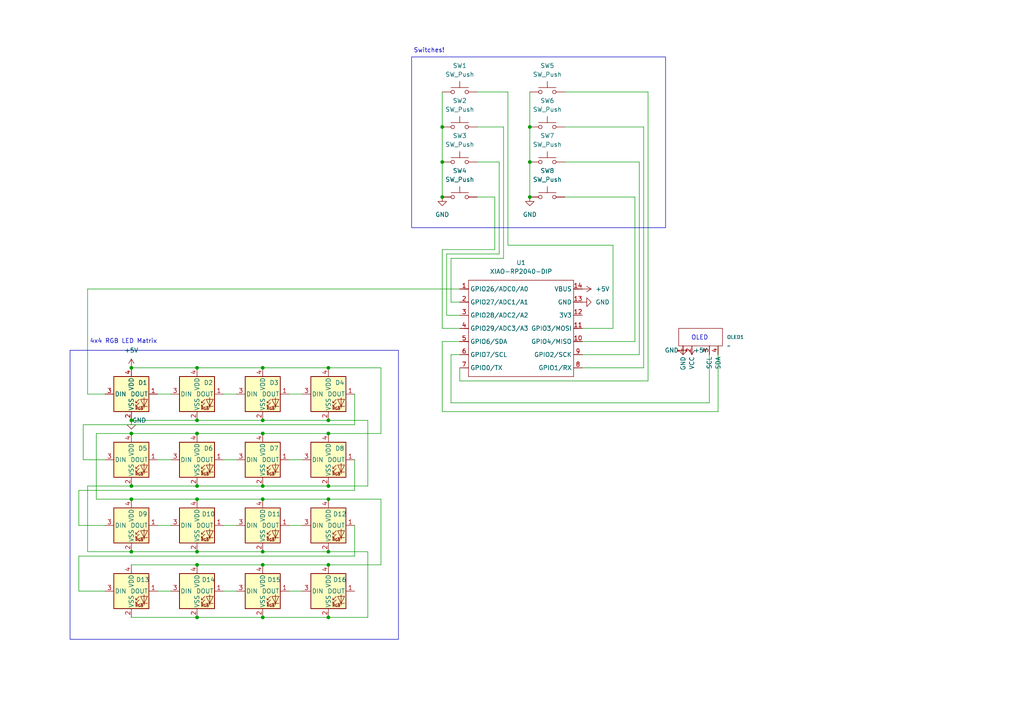
<source format=kicad_sch>
(kicad_sch (version 20250114) (generator "eeschema") (generator_version "9.0")
  (paper "A4")
  (title_block (title "RatPad V1") (date "2025-12-28") (rev "1"))
  (lib_symbols
    (symbol "0.91in_OLED_Display:0.91in_OLED_Display"
      (property "Reference" "OLED" (at 0 0 0))
      (symbol "0.91in_OLED_Display_0_1"
        (rectangle (start -6.35 2.54) (end 6.35 -2.54))
      )
      (symbol "0.91in_OLED_Display_1_1"
        (pin input line (at -5.08 -2.54 270) (length 2.54) (name "GND") (number "1"))
        (pin input line (at -2.54 -2.54 270) (length 2.54) (name "VCC") (number "2"))
        (pin input line (at 2.54 -2.54 270) (length 2.54) (name "SCL") (number "3"))
        (pin input line (at 5.08 -2.54 270) (length 2.54) (name "SDA") (number "4"))
      )
    )
    (symbol "LED:SK6812MINI" (pin_names (offset 0.254))
      (property "Reference" "D" (at 5.08 5.715 0))
      (property "Value" "SK6812MINI" (at 1.27 -5.715 0))
      (symbol "SK6812MINI_0_0"
        (text "RGB" (at 2.286 -4.191 0) (effects (font (size 0.762 0.762))))
      )
      (symbol "SK6812MINI_0_1"
        (polyline (pts (xy 1.27 -2.54) (xy 1.778 -2.54)))
        (polyline (pts (xy 1.27 -3.556) (xy 1.778 -3.556)))
        (polyline (pts (xy 2.286 -1.524) (xy 1.27 -2.54) (xy 1.27 -2.032)))
        (polyline (pts (xy 2.286 -2.54) (xy 1.27 -3.556) (xy 1.27 -3.048)))
        (polyline (pts (xy 3.683 -1.016) (xy 3.683 -3.556) (xy 3.683 -4.064)))
        (polyline (pts (xy 4.699 -1.524) (xy 2.667 -1.524) (xy 3.683 -3.556) (xy 4.699 -1.524)))
        (polyline (pts (xy 4.699 -3.556) (xy 2.667 -3.556)))
        (rectangle (start 5.08 5.08) (end -5.08 -5.08) (stroke (width 0.254)) (fill (type background)))
      )
      (symbol "SK6812MINI_1_1"
        (pin input line (at -7.62 0 0) (length 2.54) (name "DIN") (number "3"))
        (pin power_in line (at 0 7.62 270) (length 2.54) (name "VDD") (number "4"))
        (pin power_in line (at 0 -7.62 90) (length 2.54) (name "VSS") (number "2"))
        (pin output line (at 7.62 0 180) (length 2.54) (name "DOUT") (number "1"))
      )
    )
    (symbol "Seeed_Studio_XIAO_Series:XIAO-RP2040-DIP"
      (property "Reference" "U" (at 0 0 0))
      (property "Value" "XIAO-RP2040-DIP" (at 5.334 -1.778 0))
      (symbol "XIAO-RP2040-DIP_1_0"
        (polyline (pts (xy -1.27 -2.54) (xy 29.21 -2.54)) (stroke (width 0.1524)))
        (polyline (pts (xy -1.27 -5.08) (xy -2.54 -5.08)) (stroke (width 0.1524)))
        (polyline (pts (xy -1.27 -5.08) (xy -1.27 -2.54)) (stroke (width 0.1524)))
        (polyline (pts (xy -1.27 -8.89) (xy -2.54 -8.89)) (stroke (width 0.1524)))
        (polyline (pts (xy -1.27 -8.89) (xy -1.27 -5.08)) (stroke (width 0.1524)))
        (polyline (pts (xy -1.27 -12.7) (xy -2.54 -12.7)) (stroke (width 0.1524)))
        (polyline (pts (xy -1.27 -12.7) (xy -1.27 -8.89)) (stroke (width 0.1524)))
        (polyline (pts (xy -1.27 -16.51) (xy -2.54 -16.51)) (stroke (width 0.1524)))
        (polyline (pts (xy -1.27 -16.51) (xy -1.27 -12.7)) (stroke (width 0.1524)))
        (polyline (pts (xy -1.27 -20.32) (xy -2.54 -20.32)) (stroke (width 0.1524)))
        (polyline (pts (xy -1.27 -24.13) (xy -2.54 -24.13)) (stroke (width 0.1524)))
        (polyline (pts (xy -1.27 -27.94) (xy -2.54 -27.94)) (stroke (width 0.1524)))
        (polyline (pts (xy -1.27 -30.48) (xy -1.27 -16.51)) (stroke (width 0.1524)))
        (polyline (pts (xy 29.21 -2.54) (xy 29.21 -5.08)) (stroke (width 0.1524)))
        (polyline (pts (xy 29.21 -5.08) (xy 29.21 -8.89)) (stroke (width 0.1524)))
        (polyline (pts (xy 29.21 -8.89) (xy 29.21 -12.7)) (stroke (width 0.1524)))
        (polyline (pts (xy 29.21 -12.7) (xy 29.21 -30.48)) (stroke (width 0.1524)))
        (polyline (pts (xy 29.21 -30.48) (xy -1.27 -30.48)) (stroke (width 0.1524)))
        (polyline (pts (xy 30.48 -5.08) (xy 29.21 -5.08)) (stroke (width 0.1524)))
        (polyline (pts (xy 30.48 -8.89) (xy 29.21 -8.89)) (stroke (width 0.1524)))
        (polyline (pts (xy 30.48 -12.7) (xy 29.21 -12.7)) (stroke (width 0.1524)))
        (polyline (pts (xy 30.48 -16.51) (xy 29.21 -16.51)) (stroke (width 0.1524)))
        (polyline (pts (xy 30.48 -20.32) (xy 29.21 -20.32)) (stroke (width 0.1524)))
        (polyline (pts (xy 30.48 -24.13) (xy 29.21 -24.13)) (stroke (width 0.1524)))
        (polyline (pts (xy 30.48 -27.94) (xy 29.21 -27.94)) (stroke (width 0.1524)))
        (pin passive line (at -3.81 -5.08 0) (length 2.54) (name "GPIO26/ADC0/A0") (number "1"))
        (pin passive line (at -3.81 -8.89 0) (length 2.54) (name "GPIO27/ADC1/A1") (number "2"))
        (pin passive line (at -3.81 -12.7 0) (length 2.54) (name "GPIO28/ADC2/A2") (number "3"))
        (pin passive line (at -3.81 -16.51 0) (length 2.54) (name "GPIO29/ADC3/A3") (number "4"))
        (pin passive line (at -3.81 -20.32 0) (length 2.54) (name "GPIO6/SDA") (number "5"))
        (pin passive line (at -3.81 -24.13 0) (length 2.54) (name "GPIO7/SCL") (number "6"))
        (pin passive line (at -3.81 -27.94 0) (length 2.54) (name "GPIO0/TX") (number "7"))
        (pin passive line (at 31.75 -5.08 180) (length 2.54) (name "VBUS") (number "14"))
        (pin passive line (at 31.75 -8.89 180) (length 2.54) (name "GND") (number "13"))
        (pin passive line (at 31.75 -12.7 180) (length 2.54) (name "3V3") (number "12"))
        (pin passive line (at 31.75 -16.51 180) (length 2.54) (name "GPIO3/MOSI") (number "11"))
        (pin passive line (at 31.75 -20.32 180) (length 2.54) (name "GPIO4/MISO") (number "10"))
        (pin passive line (at 31.75 -24.13 180) (length 2.54) (name "GPIO2/SCK") (number "9"))
        (pin passive line (at 31.75 -27.94 180) (length 2.54) (name "GPIO1/RX") (number "8"))
      )
    )
    (symbol "Switch:SW_Push" (pin_numbers (hide yes)) (pin_names (offset 1.016) (hide yes))
      (property "Reference" "SW" (at 1.27 2.54 0))
      (property "Value" "SW_Push" (at 0 -1.524 0))
      (symbol "SW_Push_0_1"
        (circle (center -2.032 0) (radius 0.508))
        (polyline (pts (xy 0 1.27) (xy 0 3.048)))
        (circle (center 2.032 0) (radius 0.508))
        (polyline (pts (xy 2.54 1.27) (xy -2.54 1.27)))
        (pin passive line (at -5.08 0 0) (length 2.54) (name "1") (number "1"))
        (pin passive line (at 5.08 0 180) (length 2.54) (name "2") (number "2"))
      )
    )
    (symbol "power:+5V" (power) (pin_numbers (hide yes)) (pin_names (offset 0) (hide yes))
      (property "Value" "+5V" (at 0 3.556 0))
      (symbol "+5V_0_1"
        (polyline (pts (xy -0.762 1.27) (xy 0 2.54)))
        (polyline (pts (xy 0 2.54) (xy 0.762 1.27)))
        (polyline (pts (xy 0 0) (xy 0 2.54)))
      )
      (symbol "+5V_1_1"
        (pin power_in line (at 0 0 90) (length 0) (name "~") (number "1"))
      )
    )
    (symbol "power:GND" (power) (pin_numbers (hide yes)) (pin_names (offset 0) (hide yes))
      (property "Value" "GND" (at 0 -3.81 0))
      (symbol "GND_0_1"
        (polyline (pts (xy 0 0) (xy 0 -1.27) (xy 1.27 -1.27) (xy 0 -2.54) (xy -1.27 -1.27) (xy 0 -1.27)))
      )
      (symbol "GND_1_1"
        (pin power_in line (at 0 0 270) (length 0) (name "~") (number "1"))
      )
    )
  )
  (rectangle (start 119.38 16.51) (end 193.04 66.04))
  (rectangle (start 20.32 101.6) (end 115.57 185.42))
  (text "4x4 RGB LED Matrix" (at 35.814 99.06 0) (effects (font (size 1.27 1.27))))
  (text "OLED" (at 202.946 98.044 0) (effects (font (size 1.27 1.27))))
  (text "Switches!" (at 124.46 14.732 0) (effects (font (size 1.27 1.27))))
  (junction (at 95.25 179.07))
  (junction (at 153.67 46.99))
  (junction (at 57.15 121.92))
  (junction (at 76.2 179.07))
  (junction (at 38.1 106.68))
  (junction (at 95.25 125.73))
  (junction (at 38.1 144.78))
  (junction (at 76.2 160.02))
  (junction (at 76.2 144.78))
  (junction (at 57.15 140.97))
  (junction (at 76.2 121.92))
  (junction (at 128.27 36.83))
  (junction (at 38.1 160.02))
  (junction (at 153.67 57.15))
  (junction (at 76.2 106.68))
  (junction (at 153.67 36.83))
  (junction (at 128.27 46.99))
  (junction (at 76.2 140.97))
  (junction (at 38.1 121.92))
  (junction (at 57.15 160.02))
  (junction (at 95.25 144.78))
  (junction (at 76.2 163.83))
  (junction (at 57.15 144.78))
  (junction (at 95.25 121.92))
  (junction (at 57.15 106.68))
  (junction (at 95.25 140.97))
  (junction (at 95.25 106.68))
  (junction (at 38.1 140.97))
  (junction (at 57.15 163.83))
  (junction (at 95.25 163.83))
  (junction (at 76.2 125.73))
  (junction (at 38.1 125.73))
  (junction (at 128.27 57.15))
  (junction (at 57.15 179.07))
  (junction (at 95.25 160.02))
  (junction (at 57.15 125.73))
  (wire (pts (xy 64.77 114.3) (xy 68.58 114.3)))
  (wire (pts (xy 38.1 179.07) (xy 57.15 179.07)))
  (wire (pts (xy 130.81 102.87) (xy 133.35 102.87)))
  (wire (pts (xy 106.68 179.07) (xy 95.25 179.07)))
  (wire (pts (xy 38.1 125.73) (xy 57.15 125.73)))
  (wire (pts (xy 76.2 125.73) (xy 95.25 125.73)))
  (wire (pts (xy 57.15 179.07) (xy 76.2 179.07)))
  (wire (pts (xy 177.8 71.12) (xy 177.8 95.25)))
  (wire (pts (xy 64.77 171.45) (xy 68.58 171.45)))
  (wire (pts (xy 163.83 26.67) (xy 187.96 26.67)))
  (wire (pts (xy 22.86 171.45) (xy 30.48 171.45)))
  (wire (pts (xy 208.28 119.38) (xy 128.27 119.38)))
  (wire (pts (xy 128.27 119.38) (xy 128.27 99.06)))
  (wire (pts (xy 186.69 36.83) (xy 163.83 36.83)))
  (wire (pts (xy 25.4 160.02) (xy 38.1 160.02)))
  (wire (pts (xy 168.91 102.87) (xy 185.42 102.87)))
  (wire (pts (xy 106.68 160.02) (xy 106.68 179.07)))
  (wire (pts (xy 83.82 133.35) (xy 87.63 133.35)))
  (wire (pts (xy 102.87 133.35) (xy 102.87 142.24)))
  (wire (pts (xy 133.35 110.49) (xy 133.35 106.68)))
  (wire (pts (xy 76.2 121.92) (xy 95.25 121.92)))
  (wire (pts (xy 110.49 163.83) (xy 95.25 163.83)))
  (wire (pts (xy 38.1 160.02) (xy 57.15 160.02)))
  (wire (pts (xy 57.15 140.97) (xy 76.2 140.97)))
  (wire (pts (xy 129.54 91.44) (xy 133.35 91.44)))
  (wire (pts (xy 143.51 57.15) (xy 138.43 57.15)))
  (wire (pts (xy 83.82 171.45) (xy 87.63 171.45)))
  (wire (pts (xy 57.15 121.92) (xy 76.2 121.92)))
  (wire (pts (xy 130.81 116.84) (xy 130.81 102.87)))
  (wire (pts (xy 22.86 161.29) (xy 22.86 171.45)))
  (wire (pts (xy 184.15 57.15) (xy 184.15 99.06)))
  (wire (pts (xy 144.78 73.66) (xy 129.54 73.66)))
  (wire (pts (xy 95.25 160.02) (xy 106.68 160.02)))
  (wire (pts (xy 24.13 123.19) (xy 24.13 133.35)))
  (wire (pts (xy 45.72 133.35) (xy 49.53 133.35)))
  (wire (pts (xy 153.67 26.67) (xy 153.67 36.83)))
  (wire (pts (xy 186.69 36.83) (xy 186.69 106.68)))
  (wire (pts (xy 38.1 140.97) (xy 57.15 140.97)))
  (wire (pts (xy 22.86 161.29) (xy 102.87 161.29)))
  (wire (pts (xy 83.82 152.4) (xy 87.63 152.4)))
  (wire (pts (xy 25.4 114.3) (xy 25.4 83.82)))
  (wire (pts (xy 57.15 163.83) (xy 76.2 163.83)))
  (wire (pts (xy 144.78 46.99) (xy 144.78 73.66)))
  (wire (pts (xy 102.87 123.19) (xy 24.13 123.19)))
  (wire (pts (xy 95.25 106.68) (xy 110.49 106.68)))
  (wire (pts (xy 57.15 125.73) (xy 76.2 125.73)))
  (wire (pts (xy 147.32 26.67) (xy 147.32 71.12)))
  (wire (pts (xy 57.15 106.68) (xy 76.2 106.68)))
  (wire (pts (xy 128.27 99.06) (xy 133.35 99.06)))
  (wire (pts (xy 146.05 74.93) (xy 130.81 74.93)))
  (wire (pts (xy 128.27 95.25) (xy 133.35 95.25)))
  (wire (pts (xy 146.05 36.83) (xy 146.05 74.93)))
  (wire (pts (xy 45.72 152.4) (xy 49.53 152.4)))
  (wire (pts (xy 27.94 144.78) (xy 38.1 144.78)))
  (wire (pts (xy 76.2 144.78) (xy 95.25 144.78)))
  (wire (pts (xy 128.27 26.67) (xy 128.27 36.83)))
  (wire (pts (xy 128.27 72.39) (xy 128.27 95.25)))
  (wire (pts (xy 102.87 142.24) (xy 22.86 142.24)))
  (wire (pts (xy 143.51 57.15) (xy 143.51 72.39)))
  (wire (pts (xy 143.51 72.39) (xy 128.27 72.39)))
  (wire (pts (xy 187.96 26.67) (xy 187.96 110.49)))
  (wire (pts (xy 130.81 74.93) (xy 130.81 87.63)))
  (wire (pts (xy 208.28 100.33) (xy 208.28 119.38)))
  (wire (pts (xy 45.72 171.45) (xy 49.53 171.45)))
  (wire (pts (xy 185.42 46.99) (xy 163.83 46.99)))
  (wire (pts (xy 38.1 106.68) (xy 57.15 106.68)))
  (wire (pts (xy 147.32 71.12) (xy 177.8 71.12)))
  (wire (pts (xy 205.74 100.33) (xy 205.74 116.84)))
  (wire (pts (xy 30.48 114.3) (xy 25.4 114.3)))
  (wire (pts (xy 95.25 121.92) (xy 106.68 121.92)))
  (wire (pts (xy 25.4 83.82) (xy 133.35 83.82)))
  (wire (pts (xy 146.05 36.83) (xy 138.43 36.83)))
  (wire (pts (xy 184.15 57.15) (xy 163.83 57.15)))
  (wire (pts (xy 38.1 121.92) (xy 57.15 121.92)))
  (wire (pts (xy 57.15 160.02) (xy 76.2 160.02)))
  (wire (pts (xy 106.68 121.92) (xy 106.68 140.97)))
  (wire (pts (xy 153.67 46.99) (xy 153.67 57.15)))
  (wire (pts (xy 129.54 73.66) (xy 129.54 91.44)))
  (wire (pts (xy 38.1 125.73) (xy 27.94 125.73)))
  (wire (pts (xy 128.27 36.83) (xy 128.27 46.99)))
  (wire (pts (xy 64.77 152.4) (xy 68.58 152.4)))
  (wire (pts (xy 38.1 140.97) (xy 25.4 140.97)))
  (wire (pts (xy 168.91 99.06) (xy 184.15 99.06)))
  (wire (pts (xy 186.69 106.68) (xy 168.91 106.68)))
  (wire (pts (xy 110.49 106.68) (xy 110.49 125.73)))
  (wire (pts (xy 205.74 116.84) (xy 130.81 116.84)))
  (wire (pts (xy 25.4 140.97) (xy 25.4 160.02)))
  (wire (pts (xy 38.1 163.83) (xy 57.15 163.83)))
  (wire (pts (xy 95.25 144.78) (xy 110.49 144.78)))
  (wire (pts (xy 106.68 140.97) (xy 95.25 140.97)))
  (wire (pts (xy 45.72 114.3) (xy 49.53 114.3)))
  (wire (pts (xy 102.87 114.3) (xy 102.87 123.19)))
  (wire (pts (xy 76.2 160.02) (xy 95.25 160.02)))
  (wire (pts (xy 144.78 46.99) (xy 138.43 46.99)))
  (wire (pts (xy 110.49 144.78) (xy 110.49 163.83)))
  (wire (pts (xy 110.49 125.73) (xy 95.25 125.73)))
  (wire (pts (xy 185.42 46.99) (xy 185.42 102.87)))
  (wire (pts (xy 57.15 144.78) (xy 76.2 144.78)))
  (wire (pts (xy 22.86 152.4) (xy 30.48 152.4)))
  (wire (pts (xy 177.8 95.25) (xy 168.91 95.25)))
  (wire (pts (xy 153.67 36.83) (xy 153.67 46.99)))
  (wire (pts (xy 38.1 144.78) (xy 57.15 144.78)))
  (wire (pts (xy 76.2 179.07) (xy 95.25 179.07)))
  (wire (pts (xy 76.2 140.97) (xy 95.25 140.97)))
  (wire (pts (xy 64.77 133.35) (xy 68.58 133.35)))
  (wire (pts (xy 83.82 114.3) (xy 87.63 114.3)))
  (wire (pts (xy 76.2 106.68) (xy 95.25 106.68)))
  (wire (pts (xy 187.96 110.49) (xy 133.35 110.49)))
  (wire (pts (xy 128.27 46.99) (xy 128.27 57.15)))
  (wire (pts (xy 22.86 142.24) (xy 22.86 152.4)))
  (wire (pts (xy 102.87 152.4) (xy 102.87 161.29)))
  (wire (pts (xy 130.81 87.63) (xy 133.35 87.63)))
  (wire (pts (xy 76.2 163.83) (xy 95.25 163.83)))
  (wire (pts (xy 138.43 26.67) (xy 147.32 26.67)))
  (wire (pts (xy 24.13 133.35) (xy 30.48 133.35)))
  (wire (pts (xy 27.94 125.73) (xy 27.94 144.78)))
  (symbol (lib_id "LED:SK6812MINI") (at 57.15 171.45 0) (unit 1)
    (property "Reference" "D14" (at 60.452 168.148 0))
    (property "Value" "SK6812MINI" (effects (hide yes)))
    (property "Footprint" "LED_SMD:LED_SK6812MINI_PLCC4_3.5x3.5mm_P1.75mm" (effects (hide yes)))
    (property "Datasheet" "https://cdn-shop.adafruit.com/product-files/2686/SK6812MINI_REV.01-1-2.pdf" (effects (hide yes)))
    (property "Description" "RGB LED with integrated controller" (effects (hide yes)))
  )
  (symbol (lib_id "LED:SK6812MINI") (at 76.2 171.45 0) (unit 1)
    (property "Reference" "D15" (at 79.502 168.148 0))
    (property "Value" "SK6812MINI" (effects (hide yes)))
    (property "Footprint" "LED_SMD:LED_SK6812MINI_PLCC4_3.5x3.5mm_P1.75mm" (effects (hide yes)))
    (property "Datasheet" "https://cdn-shop.adafruit.com/product-files/2686/SK6812MINI_REV.01-1-2.pdf" (effects (hide yes)))
    (property "Description" "RGB LED with integrated controller" (effects (hide yes)))
  )
  (symbol (lib_id "power:GND") (at 38.1 121.92 0) (unit 1)
    (property "Reference" "#PWR06" (effects (hide yes)))
    (property "Value" "GND" (at 40.386 121.92 0))
    (property "Description" "Power symbol creates a global label with name \"GND\" , ground" (effects (hide yes)))
  )
  (symbol (lib_id "LED:SK6812MINI") (at 95.25 152.4 0) (unit 1)
    (property "Reference" "D12" (at 98.552 149.098 0))
    (property "Value" "SK6812MINI" (effects (hide yes)))
    (property "Footprint" "LED_SMD:LED_SK6812MINI_PLCC4_3.5x3.5mm_P1.75mm" (effects (hide yes)))
    (property "Datasheet" "https://cdn-shop.adafruit.com/product-files/2686/SK6812MINI_REV.01-1-2.pdf" (effects (hide yes)))
    (property "Description" "RGB LED with integrated controller" (effects (hide yes)))
  )
  (symbol (lib_id "LED:SK6812MINI") (at 57.15 114.3 0) (unit 1)
    (property "Reference" "D2" (at 60.452 110.998 0))
    (property "Value" "SK6812MINI" (effects (hide yes)))
    (property "Footprint" "LED_SMD:LED_SK6812MINI_PLCC4_3.5x3.5mm_P1.75mm" (effects (hide yes)))
    (property "Datasheet" "https://cdn-shop.adafruit.com/product-files/2686/SK6812MINI_REV.01-1-2.pdf" (effects (hide yes)))
    (property "Description" "RGB LED with integrated controller" (effects (hide yes)))
  )
  (symbol (lib_id "Switch:SW_Push") (at 133.35 57.15 0) (unit 1)
    (property "Reference" "SW4" (at 133.35 49.53 0))
    (property "Value" "SW_Push" (at 133.35 52.07 0))
    (property "Footprint" "Button_Switch_Keyboard:SW_Cherry_MX_1.00u_PCB" (effects (hide yes)))
    (property "Description" "Push button switch, generic, two pins" (effects (hide yes)))
  )
  (symbol (lib_id "Switch:SW_Push") (at 158.75 26.67 0) (unit 1)
    (property "Reference" "SW5" (at 158.75 19.05 0))
    (property "Value" "SW_Push" (at 158.75 21.59 0))
    (property "Footprint" "Button_Switch_Keyboard:SW_Cherry_MX_1.00u_PCB" (effects (hide yes)))
    (property "Description" "Push button switch, generic, two pins" (effects (hide yes)))
  )
  (symbol (lib_id "LED:SK6812MINI") (at 57.15 152.4 0) (unit 1)
    (property "Reference" "D10" (at 60.452 149.098 0))
    (property "Value" "SK6812MINI" (effects (hide yes)))
    (property "Footprint" "LED_SMD:LED_SK6812MINI_PLCC4_3.5x3.5mm_P1.75mm" (effects (hide yes)))
    (property "Datasheet" "https://cdn-shop.adafruit.com/product-files/2686/SK6812MINI_REV.01-1-2.pdf" (effects (hide yes)))
    (property "Description" "RGB LED with integrated controller" (effects (hide yes)))
  )
  (symbol (lib_id "LED:SK6812MINI") (at 38.1 114.3 0) (unit 1)
    (property "Reference" "D1" (at 41.402 110.998 0))
    (property "Value" "SK6812MINI" (effects (hide yes)))
    (property "Footprint" "LED_SMD:LED_SK6812MINI_PLCC4_3.5x3.5mm_P1.75mm" (effects (hide yes)))
    (property "Datasheet" "https://cdn-shop.adafruit.com/product-files/2686/SK6812MINI_REV.01-1-2.pdf" (effects (hide yes)))
    (property "Description" "RGB LED with integrated controller" (effects (hide yes)))
  )
  (symbol (lib_id "LED:SK6812MINI") (at 76.2 133.35 0) (unit 1)
    (property "Reference" "D7" (at 79.502 130.048 0))
    (property "Value" "SK6812MINI" (effects (hide yes)))
    (property "Footprint" "LED_SMD:LED_SK6812MINI_PLCC4_3.5x3.5mm_P1.75mm" (effects (hide yes)))
    (property "Datasheet" "https://cdn-shop.adafruit.com/product-files/2686/SK6812MINI_REV.01-1-2.pdf" (effects (hide yes)))
    (property "Description" "RGB LED with integrated controller" (effects (hide yes)))
  )
  (symbol (lib_id "power:GND") (at 168.91 87.63 90) (unit 1)
    (property "Reference" "#PWR03" (effects (hide yes)))
    (property "Value" "GND" (at 172.72 87.6299 90) (effects (justify right)))
    (property "Description" "Power symbol creates a global label with name \"GND\" , ground" (effects (hide yes)))
  )
  (symbol (lib_id "LED:SK6812MINI") (at 76.2 114.3 0) (unit 1)
    (property "Reference" "D3" (at 79.502 110.998 0))
    (property "Value" "SK6812MINI" (effects (hide yes)))
    (property "Footprint" "LED_SMD:LED_SK6812MINI_PLCC4_3.5x3.5mm_P1.75mm" (effects (hide yes)))
    (property "Datasheet" "https://cdn-shop.adafruit.com/product-files/2686/SK6812MINI_REV.01-1-2.pdf" (effects (hide yes)))
    (property "Description" "RGB LED with integrated controller" (effects (hide yes)))
  )
  (symbol (lib_id "Switch:SW_Push") (at 158.75 46.99 0) (unit 1)
    (property "Reference" "SW7" (at 158.75 39.37 0))
    (property "Value" "SW_Push" (at 158.75 41.91 0))
    (property "Footprint" "Button_Switch_Keyboard:SW_Cherry_MX_1.00u_PCB" (effects (hide yes)))
    (property "Description" "Push button switch, generic, two pins" (effects (hide yes)))
  )
  (symbol (lib_id "Seeed_Studio_XIAO_Series:XIAO-RP2040-DIP") (at 137.16 78.74 0) (unit 1)
    (property "Reference" "U1" (at 151.13 76.2 0))
    (property "Value" "XIAO-RP2040-DIP" (at 151.13 78.74 0))
    (property "Footprint" "Seeed Studio XIAO Series Library:XIAO-RP2040-DIP" (effects (hide yes)))
  )
  (symbol (lib_id "Switch:SW_Push") (at 133.35 26.67 0) (unit 1)
    (property "Reference" "SW1" (at 133.35 19.05 0))
    (property "Value" "SW_Push" (at 133.35 21.59 0))
    (property "Footprint" "Button_Switch_Keyboard:SW_Cherry_MX_1.00u_PCB" (effects (hide yes)))
    (property "Description" "Push button switch, generic, two pins" (effects (hide yes)))
  )
  (symbol (lib_id "power:GND") (at 153.67 57.15 0) (unit 1)
    (property "Reference" "#PWR08" (effects (hide yes)))
    (property "Value" "GND" (at 153.67 62.23 0))
    (property "Description" "Power symbol creates a global label with name \"GND\" , ground" (effects (hide yes)))
  )
  (symbol (lib_id "LED:SK6812MINI") (at 38.1 152.4 0) (unit 1)
    (property "Reference" "D9" (at 41.402 149.098 0))
    (property "Value" "SK6812MINI" (effects (hide yes)))
    (property "Footprint" "LED_SMD:LED_SK6812MINI_PLCC4_3.5x3.5mm_P1.75mm" (effects (hide yes)))
    (property "Datasheet" "https://cdn-shop.adafruit.com/product-files/2686/SK6812MINI_REV.01-1-2.pdf" (effects (hide yes)))
    (property "Description" "RGB LED with integrated controller" (effects (hide yes)))
  )
  (symbol (lib_id "LED:SK6812MINI") (at 57.15 133.35 0) (unit 1)
    (property "Reference" "D6" (at 60.452 130.048 0))
    (property "Value" "SK6812MINI" (effects (hide yes)))
    (property "Footprint" "LED_SMD:LED_SK6812MINI_PLCC4_3.5x3.5mm_P1.75mm" (effects (hide yes)))
    (property "Datasheet" "https://cdn-shop.adafruit.com/product-files/2686/SK6812MINI_REV.01-1-2.pdf" (effects (hide yes)))
    (property "Description" "RGB LED with integrated controller" (effects (hide yes)))
  )
  (symbol (lib_id "power:GND") (at 128.27 57.15 0) (unit 1)
    (property "Reference" "#PWR01" (effects (hide yes)))
    (property "Value" "GND" (at 128.27 62.23 0))
    (property "Description" "Power symbol creates a global label with name \"GND\" , ground" (effects (hide yes)))
  )
  (symbol (lib_id "LED:SK6812MINI") (at 95.25 114.3 0) (unit 1)
    (property "Reference" "D4" (at 98.552 110.998 0))
    (property "Value" "SK6812MINI" (effects (hide yes)))
    (property "Footprint" "LED_SMD:LED_SK6812MINI_PLCC4_3.5x3.5mm_P1.75mm" (effects (hide yes)))
    (property "Datasheet" "https://cdn-shop.adafruit.com/product-files/2686/SK6812MINI_REV.01-1-2.pdf" (effects (hide yes)))
    (property "Description" "RGB LED with integrated controller" (effects (hide yes)))
  )
  (symbol (lib_id "power:+5V") (at 38.1 106.68 0) (unit 1)
    (property "Reference" "#PWR07" (effects (hide yes)))
    (property "Value" "+5V" (at 38.1 101.6 0))
    (property "Description" "Power symbol creates a global label with name \"+5V\"" (effects (hide yes)))
  )
  (symbol (lib_id "Switch:SW_Push") (at 133.35 36.83 0) (unit 1)
    (property "Reference" "SW2" (at 133.35 29.21 0))
    (property "Value" "SW_Push" (at 133.35 31.75 0))
    (property "Footprint" "Button_Switch_Keyboard:SW_Cherry_MX_1.00u_PCB" (effects (hide yes)))
    (property "Description" "Push button switch, generic, two pins" (effects (hide yes)))
  )
  (symbol (lib_id "power:+5V") (at 200.66 100.33 180) (unit 1)
    (property "Reference" "#PWR04" (effects (hide yes)))
    (property "Value" "+5V" (at 203.2 101.6 0))
    (property "Description" "Power symbol creates a global label with name \"+5V\"" (effects (hide yes)))
  )
  (symbol (lib_id "Switch:SW_Push") (at 133.35 46.99 0) (unit 1)
    (property "Reference" "SW3" (at 133.35 39.37 0))
    (property "Value" "SW_Push" (at 133.35 41.91 0))
    (property "Footprint" "Button_Switch_Keyboard:SW_Cherry_MX_1.00u_PCB" (effects (hide yes)))
    (property "Description" "Push button switch, generic, two pins" (effects (hide yes)))
  )
  (symbol (lib_id "LED:SK6812MINI") (at 38.1 171.45 0) (unit 1)
    (property "Reference" "D13" (at 41.402 168.148 0))
    (property "Value" "SK6812MINI" (effects (hide yes)))
    (property "Footprint" "LED_SMD:LED_SK6812MINI_PLCC4_3.5x3.5mm_P1.75mm" (effects (hide yes)))
    (property "Datasheet" "https://cdn-shop.adafruit.com/product-files/2686/SK6812MINI_REV.01-1-2.pdf" (effects (hide yes)))
    (property "Description" "RGB LED with integrated controller" (effects (hide yes)))
  )
  (symbol (lib_id "power:GND") (at 198.12 100.33 0) (unit 1)
    (property "Reference" "#PWR05" (effects (hide yes)))
    (property "Value" "GND" (at 194.818 101.6 0))
    (property "Description" "Power symbol creates a global label with name \"GND\" , ground" (effects (hide yes)))
  )
  (symbol (lib_id "LED:SK6812MINI") (at 95.25 133.35 0) (unit 1)
    (property "Reference" "D8" (at 98.552 130.048 0))
    (property "Value" "SK6812MINI" (effects (hide yes)))
    (property "Footprint" "LED_SMD:LED_SK6812MINI_PLCC4_3.5x3.5mm_P1.75mm" (effects (hide yes)))
    (property "Datasheet" "https://cdn-shop.adafruit.com/product-files/2686/SK6812MINI_REV.01-1-2.pdf" (effects (hide yes)))
    (property "Description" "RGB LED with integrated controller" (effects (hide yes)))
  )
  (symbol (lib_id "Switch:SW_Push") (at 158.75 57.15 0) (unit 1)
    (property "Reference" "SW8" (at 158.75 49.53 0))
    (property "Value" "SW_Push" (at 158.75 52.07 0))
    (property "Footprint" "Button_Switch_Keyboard:SW_Cherry_MX_1.00u_PCB" (effects (hide yes)))
    (property "Description" "Push button switch, generic, two pins" (effects (hide yes)))
  )
  (symbol (lib_id "LED:SK6812MINI") (at 76.2 152.4 0) (unit 1)
    (property "Reference" "D11" (at 79.502 149.098 0))
    (property "Value" "SK6812MINI" (effects (hide yes)))
    (property "Footprint" "LED_SMD:LED_SK6812MINI_PLCC4_3.5x3.5mm_P1.75mm" (effects (hide yes)))
    (property "Datasheet" "https://cdn-shop.adafruit.com/product-files/2686/SK6812MINI_REV.01-1-2.pdf" (effects (hide yes)))
    (property "Description" "RGB LED with integrated controller" (effects (hide yes)))
  )
  (symbol (lib_id "Switch:SW_Push") (at 158.75 36.83 0) (unit 1)
    (property "Reference" "SW6" (at 158.75 29.21 0))
    (property "Value" "SW_Push" (at 158.75 31.75 0))
    (property "Footprint" "Button_Switch_Keyboard:SW_Cherry_MX_1.00u_PCB" (effects (hide yes)))
    (property "Description" "Push button switch, generic, two pins" (effects (hide yes)))
  )
  (symbol (lib_id "power:+5V") (at 168.91 83.82 270) (unit 1)
    (property "Reference" "#PWR02" (effects (hide yes)))
    (property "Value" "+5V" (at 172.72 83.8199 90) (effects (justify left)))
    (property "Description" "Power symbol creates a global label with name \"+5V\"" (effects (hide yes)))
  )
  (symbol (lib_id "LED:SK6812MINI") (at 38.1 133.35 0) (unit 1)
    (property "Reference" "D5" (at 41.402 130.048 0))
    (property "Value" "SK6812MINI" (effects (hide yes)))
    (property "Footprint" "LED_SMD:LED_SK6812MINI_PLCC4_3.5x3.5mm_P1.75mm" (effects (hide yes)))
    (property "Datasheet" "https://cdn-shop.adafruit.com/product-files/2686/SK6812MINI_REV.01-1-2.pdf" (effects (hide yes)))
    (property "Description" "RGB LED with integrated controller" (effects (hide yes)))
  )
  (symbol (lib_id "LED:SK6812MINI") (at 95.25 171.45 0) (unit 1)
    (property "Reference" "D16" (at 98.552 168.148 0))
    (property "Value" "SK6812MINI" (effects (hide yes)))
    (property "Footprint" "LED_SMD:LED_SK6812MINI_PLCC4_3.5x3.5mm_P1.75mm" (effects (hide yes)))
    (property "Datasheet" "https://cdn-shop.adafruit.com/product-files/2686/SK6812MINI_REV.01-1-2.pdf" (effects (hide yes)))
    (property "Description" "RGB LED with integrated controller" (effects (hide yes)))
  )
  (symbol (lib_id "0.91in_OLED_Display:0.91in_OLED_Display") (at 203.2 97.79 0) (unit 1)
    (property "Reference" "OLED1" (at 210.82 97.7899 0) (effects (font (size 1.016 1.016)) (justify left)))
    (property "Value" "~" (at 210.82 100.3299 0) (effects (justify left)))
    (property "Footprint" "Other:SSD1306-0.91-OLED-4pin-128x32" (effects (hide yes)))
  )
)
</source>
